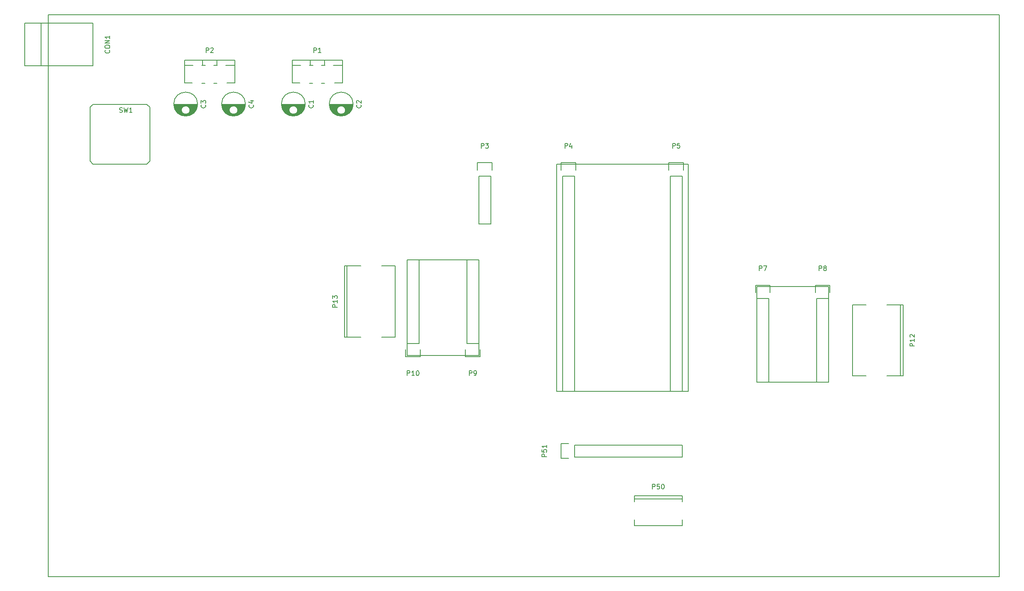
<source format=gbr>
G04 #@! TF.FileFunction,Legend,Top*
%FSLAX46Y46*%
G04 Gerber Fmt 4.6, Leading zero omitted, Abs format (unit mm)*
G04 Created by KiCad (PCBNEW 4.0.2+dfsg1-stable) date mar 04 jul 2017 13:38:56 COT*
%MOMM*%
G01*
G04 APERTURE LIST*
%ADD10C,0.100000*%
%ADD11C,0.200000*%
%ADD12C,0.150000*%
G04 APERTURE END LIST*
D10*
D11*
X222250000Y-27940000D02*
X220980000Y-27940000D01*
X222250000Y-147320000D02*
X222250000Y-27940000D01*
X215900000Y-147320000D02*
X222250000Y-147320000D01*
X20320000Y-147320000D02*
X215900000Y-147320000D01*
X20320000Y-137160000D02*
X20320000Y-147320000D01*
X20320000Y-27940000D02*
X20320000Y-137160000D01*
X220980000Y-27940000D02*
X20320000Y-27940000D01*
X128270000Y-107950000D02*
X128270000Y-59690000D01*
X156210000Y-107950000D02*
X128270000Y-107950000D01*
X156210000Y-59690000D02*
X156210000Y-107950000D01*
X128270000Y-59690000D02*
X156210000Y-59690000D01*
X186055000Y-85725000D02*
X186055000Y-106045000D01*
X170815000Y-85725000D02*
X186055000Y-85725000D01*
X170815000Y-106045000D02*
X170815000Y-85725000D01*
X186055000Y-106045000D02*
X170815000Y-106045000D01*
X111760000Y-100330000D02*
X111760000Y-99060000D01*
X96520000Y-100330000D02*
X111760000Y-100330000D01*
X96520000Y-80010000D02*
X96520000Y-100330000D01*
X111760000Y-80010000D02*
X96520000Y-80010000D01*
X111760000Y-100330000D02*
X111760000Y-80010000D01*
D12*
X59944000Y-38735000D02*
X58039000Y-38735000D01*
X55499000Y-38735000D02*
X56261000Y-38735000D01*
X53086000Y-38735000D02*
X52959000Y-38735000D01*
X53086000Y-38735000D02*
X53721000Y-38735000D01*
X49276000Y-38735000D02*
X51054000Y-38735000D01*
X49276000Y-42418000D02*
X50927000Y-42418000D01*
X53594000Y-42545000D02*
X52959000Y-42545000D01*
X56134000Y-42545000D02*
X55499000Y-42545000D01*
X59944000Y-42418000D02*
X58293000Y-42418000D01*
X53086000Y-37592000D02*
X53086000Y-38735000D01*
X56134000Y-37592000D02*
X56134000Y-38735000D01*
X59944000Y-38735000D02*
X59944000Y-42418000D01*
X49276000Y-42418000D02*
X49276000Y-38735000D01*
X59944000Y-37592000D02*
X59944000Y-38735000D01*
X49276000Y-38735000D02*
X49276000Y-37592000D01*
X54610000Y-37592000D02*
X49276000Y-37592000D01*
X54610000Y-37592000D02*
X59944000Y-37592000D01*
X74889000Y-47045000D02*
X69891000Y-47045000D01*
X74881000Y-47185000D02*
X69899000Y-47185000D01*
X74865000Y-47325000D02*
X72485000Y-47325000D01*
X72295000Y-47325000D02*
X69915000Y-47325000D01*
X74841000Y-47465000D02*
X72880000Y-47465000D01*
X71900000Y-47465000D02*
X69939000Y-47465000D01*
X74808000Y-47605000D02*
X73047000Y-47605000D01*
X71733000Y-47605000D02*
X69972000Y-47605000D01*
X74767000Y-47745000D02*
X73154000Y-47745000D01*
X71626000Y-47745000D02*
X70013000Y-47745000D01*
X74717000Y-47885000D02*
X73225000Y-47885000D01*
X71555000Y-47885000D02*
X70063000Y-47885000D01*
X74656000Y-48025000D02*
X73269000Y-48025000D01*
X71511000Y-48025000D02*
X70124000Y-48025000D01*
X74586000Y-48165000D02*
X73288000Y-48165000D01*
X71492000Y-48165000D02*
X70194000Y-48165000D01*
X74504000Y-48305000D02*
X73286000Y-48305000D01*
X71494000Y-48305000D02*
X70276000Y-48305000D01*
X74409000Y-48445000D02*
X73261000Y-48445000D01*
X71519000Y-48445000D02*
X70371000Y-48445000D01*
X74298000Y-48585000D02*
X73213000Y-48585000D01*
X71567000Y-48585000D02*
X70482000Y-48585000D01*
X74170000Y-48725000D02*
X73135000Y-48725000D01*
X71645000Y-48725000D02*
X70610000Y-48725000D01*
X74021000Y-48865000D02*
X73018000Y-48865000D01*
X71762000Y-48865000D02*
X70759000Y-48865000D01*
X73842000Y-49005000D02*
X72830000Y-49005000D01*
X71950000Y-49005000D02*
X70938000Y-49005000D01*
X73623000Y-49145000D02*
X71157000Y-49145000D01*
X73334000Y-49285000D02*
X71446000Y-49285000D01*
X72862000Y-49425000D02*
X71918000Y-49425000D01*
X73290000Y-48220000D02*
G75*
G03X73290000Y-48220000I-900000J0D01*
G01*
X74927500Y-46970000D02*
G75*
G03X74927500Y-46970000I-2537500J0D01*
G01*
X85049000Y-47045000D02*
X80051000Y-47045000D01*
X85041000Y-47185000D02*
X80059000Y-47185000D01*
X85025000Y-47325000D02*
X82645000Y-47325000D01*
X82455000Y-47325000D02*
X80075000Y-47325000D01*
X85001000Y-47465000D02*
X83040000Y-47465000D01*
X82060000Y-47465000D02*
X80099000Y-47465000D01*
X84968000Y-47605000D02*
X83207000Y-47605000D01*
X81893000Y-47605000D02*
X80132000Y-47605000D01*
X84927000Y-47745000D02*
X83314000Y-47745000D01*
X81786000Y-47745000D02*
X80173000Y-47745000D01*
X84877000Y-47885000D02*
X83385000Y-47885000D01*
X81715000Y-47885000D02*
X80223000Y-47885000D01*
X84816000Y-48025000D02*
X83429000Y-48025000D01*
X81671000Y-48025000D02*
X80284000Y-48025000D01*
X84746000Y-48165000D02*
X83448000Y-48165000D01*
X81652000Y-48165000D02*
X80354000Y-48165000D01*
X84664000Y-48305000D02*
X83446000Y-48305000D01*
X81654000Y-48305000D02*
X80436000Y-48305000D01*
X84569000Y-48445000D02*
X83421000Y-48445000D01*
X81679000Y-48445000D02*
X80531000Y-48445000D01*
X84458000Y-48585000D02*
X83373000Y-48585000D01*
X81727000Y-48585000D02*
X80642000Y-48585000D01*
X84330000Y-48725000D02*
X83295000Y-48725000D01*
X81805000Y-48725000D02*
X80770000Y-48725000D01*
X84181000Y-48865000D02*
X83178000Y-48865000D01*
X81922000Y-48865000D02*
X80919000Y-48865000D01*
X84002000Y-49005000D02*
X82990000Y-49005000D01*
X82110000Y-49005000D02*
X81098000Y-49005000D01*
X83783000Y-49145000D02*
X81317000Y-49145000D01*
X83494000Y-49285000D02*
X81606000Y-49285000D01*
X83022000Y-49425000D02*
X82078000Y-49425000D01*
X83450000Y-48220000D02*
G75*
G03X83450000Y-48220000I-900000J0D01*
G01*
X85087500Y-46970000D02*
G75*
G03X85087500Y-46970000I-2537500J0D01*
G01*
X52029000Y-47045000D02*
X47031000Y-47045000D01*
X52021000Y-47185000D02*
X47039000Y-47185000D01*
X52005000Y-47325000D02*
X49625000Y-47325000D01*
X49435000Y-47325000D02*
X47055000Y-47325000D01*
X51981000Y-47465000D02*
X50020000Y-47465000D01*
X49040000Y-47465000D02*
X47079000Y-47465000D01*
X51948000Y-47605000D02*
X50187000Y-47605000D01*
X48873000Y-47605000D02*
X47112000Y-47605000D01*
X51907000Y-47745000D02*
X50294000Y-47745000D01*
X48766000Y-47745000D02*
X47153000Y-47745000D01*
X51857000Y-47885000D02*
X50365000Y-47885000D01*
X48695000Y-47885000D02*
X47203000Y-47885000D01*
X51796000Y-48025000D02*
X50409000Y-48025000D01*
X48651000Y-48025000D02*
X47264000Y-48025000D01*
X51726000Y-48165000D02*
X50428000Y-48165000D01*
X48632000Y-48165000D02*
X47334000Y-48165000D01*
X51644000Y-48305000D02*
X50426000Y-48305000D01*
X48634000Y-48305000D02*
X47416000Y-48305000D01*
X51549000Y-48445000D02*
X50401000Y-48445000D01*
X48659000Y-48445000D02*
X47511000Y-48445000D01*
X51438000Y-48585000D02*
X50353000Y-48585000D01*
X48707000Y-48585000D02*
X47622000Y-48585000D01*
X51310000Y-48725000D02*
X50275000Y-48725000D01*
X48785000Y-48725000D02*
X47750000Y-48725000D01*
X51161000Y-48865000D02*
X50158000Y-48865000D01*
X48902000Y-48865000D02*
X47899000Y-48865000D01*
X50982000Y-49005000D02*
X49970000Y-49005000D01*
X49090000Y-49005000D02*
X48078000Y-49005000D01*
X50763000Y-49145000D02*
X48297000Y-49145000D01*
X50474000Y-49285000D02*
X48586000Y-49285000D01*
X50002000Y-49425000D02*
X49058000Y-49425000D01*
X50430000Y-48220000D02*
G75*
G03X50430000Y-48220000I-900000J0D01*
G01*
X52067500Y-46970000D02*
G75*
G03X52067500Y-46970000I-2537500J0D01*
G01*
X62189000Y-47045000D02*
X57191000Y-47045000D01*
X62181000Y-47185000D02*
X57199000Y-47185000D01*
X62165000Y-47325000D02*
X59785000Y-47325000D01*
X59595000Y-47325000D02*
X57215000Y-47325000D01*
X62141000Y-47465000D02*
X60180000Y-47465000D01*
X59200000Y-47465000D02*
X57239000Y-47465000D01*
X62108000Y-47605000D02*
X60347000Y-47605000D01*
X59033000Y-47605000D02*
X57272000Y-47605000D01*
X62067000Y-47745000D02*
X60454000Y-47745000D01*
X58926000Y-47745000D02*
X57313000Y-47745000D01*
X62017000Y-47885000D02*
X60525000Y-47885000D01*
X58855000Y-47885000D02*
X57363000Y-47885000D01*
X61956000Y-48025000D02*
X60569000Y-48025000D01*
X58811000Y-48025000D02*
X57424000Y-48025000D01*
X61886000Y-48165000D02*
X60588000Y-48165000D01*
X58792000Y-48165000D02*
X57494000Y-48165000D01*
X61804000Y-48305000D02*
X60586000Y-48305000D01*
X58794000Y-48305000D02*
X57576000Y-48305000D01*
X61709000Y-48445000D02*
X60561000Y-48445000D01*
X58819000Y-48445000D02*
X57671000Y-48445000D01*
X61598000Y-48585000D02*
X60513000Y-48585000D01*
X58867000Y-48585000D02*
X57782000Y-48585000D01*
X61470000Y-48725000D02*
X60435000Y-48725000D01*
X58945000Y-48725000D02*
X57910000Y-48725000D01*
X61321000Y-48865000D02*
X60318000Y-48865000D01*
X59062000Y-48865000D02*
X58059000Y-48865000D01*
X61142000Y-49005000D02*
X60130000Y-49005000D01*
X59250000Y-49005000D02*
X58238000Y-49005000D01*
X60923000Y-49145000D02*
X58457000Y-49145000D01*
X60634000Y-49285000D02*
X58746000Y-49285000D01*
X60162000Y-49425000D02*
X59218000Y-49425000D01*
X60590000Y-48220000D02*
G75*
G03X60590000Y-48220000I-900000J0D01*
G01*
X62227500Y-46970000D02*
G75*
G03X62227500Y-46970000I-2537500J0D01*
G01*
X18859500Y-29789120D02*
X18859500Y-38790880D01*
X15359380Y-29789120D02*
X15359380Y-38790880D01*
X15359380Y-38790880D02*
X29860240Y-38790880D01*
X29860240Y-38790880D02*
X29860240Y-29789120D01*
X29860240Y-29789120D02*
X15359380Y-29789120D01*
X132080000Y-62230000D02*
X132080000Y-107950000D01*
X132080000Y-107950000D02*
X129540000Y-107950000D01*
X129540000Y-107950000D02*
X129540000Y-62230000D01*
X132360000Y-59410000D02*
X132360000Y-60960000D01*
X132080000Y-62230000D02*
X129540000Y-62230000D01*
X129260000Y-60960000D02*
X129260000Y-59410000D01*
X129260000Y-59410000D02*
X132360000Y-59410000D01*
X154940000Y-62230000D02*
X154940000Y-107950000D01*
X154940000Y-107950000D02*
X152400000Y-107950000D01*
X152400000Y-107950000D02*
X152400000Y-62230000D01*
X155220000Y-59410000D02*
X155220000Y-60960000D01*
X154940000Y-62230000D02*
X152400000Y-62230000D01*
X152120000Y-60960000D02*
X152120000Y-59410000D01*
X152120000Y-59410000D02*
X155220000Y-59410000D01*
X173355000Y-88265000D02*
X173355000Y-106045000D01*
X173355000Y-106045000D02*
X170815000Y-106045000D01*
X170815000Y-106045000D02*
X170815000Y-88265000D01*
X173635000Y-85445000D02*
X173635000Y-86995000D01*
X173355000Y-88265000D02*
X170815000Y-88265000D01*
X170535000Y-86995000D02*
X170535000Y-85445000D01*
X170535000Y-85445000D02*
X173635000Y-85445000D01*
X186055000Y-88265000D02*
X186055000Y-106045000D01*
X186055000Y-106045000D02*
X183515000Y-106045000D01*
X183515000Y-106045000D02*
X183515000Y-88265000D01*
X186335000Y-85445000D02*
X186335000Y-86995000D01*
X186055000Y-88265000D02*
X183515000Y-88265000D01*
X183235000Y-86995000D02*
X183235000Y-85445000D01*
X183235000Y-85445000D02*
X186335000Y-85445000D01*
X109220000Y-97790000D02*
X109220000Y-80010000D01*
X109220000Y-80010000D02*
X111760000Y-80010000D01*
X111760000Y-80010000D02*
X111760000Y-97790000D01*
X108940000Y-100610000D02*
X108940000Y-99060000D01*
X109220000Y-97790000D02*
X111760000Y-97790000D01*
X112040000Y-99060000D02*
X112040000Y-100610000D01*
X112040000Y-100610000D02*
X108940000Y-100610000D01*
X96520000Y-97790000D02*
X96520000Y-80010000D01*
X96520000Y-80010000D02*
X99060000Y-80010000D01*
X99060000Y-80010000D02*
X99060000Y-97790000D01*
X96240000Y-100610000D02*
X96240000Y-99060000D01*
X96520000Y-97790000D02*
X99060000Y-97790000D01*
X99340000Y-99060000D02*
X99340000Y-100610000D01*
X99340000Y-100610000D02*
X96240000Y-100610000D01*
X201315320Y-104696260D02*
X201863960Y-104696260D01*
X201863960Y-104696260D02*
X201863960Y-89613740D01*
X201863960Y-89613740D02*
X201315320Y-89613740D01*
X194015360Y-89613740D02*
X191114680Y-89613740D01*
X191114680Y-89613740D02*
X191114680Y-100716080D01*
X198414640Y-104696260D02*
X201315320Y-104696260D01*
X201315320Y-104696260D02*
X201315320Y-89613740D01*
X201315320Y-89613740D02*
X198414640Y-89613740D01*
X191114680Y-100716080D02*
X191114680Y-103096060D01*
X191114680Y-103096060D02*
X191114680Y-104696260D01*
X191114680Y-104696260D02*
X194015360Y-104696260D01*
X83799680Y-81358740D02*
X83251040Y-81358740D01*
X83251040Y-81358740D02*
X83251040Y-96441260D01*
X83251040Y-96441260D02*
X83799680Y-96441260D01*
X91099640Y-96441260D02*
X94000320Y-96441260D01*
X94000320Y-96441260D02*
X94000320Y-85338920D01*
X86700360Y-81358740D02*
X83799680Y-81358740D01*
X83799680Y-81358740D02*
X83799680Y-96441260D01*
X83799680Y-96441260D02*
X86700360Y-96441260D01*
X94000320Y-85338920D02*
X94000320Y-82958940D01*
X94000320Y-82958940D02*
X94000320Y-81358740D01*
X94000320Y-81358740D02*
X91099640Y-81358740D01*
X132080000Y-119380000D02*
X154940000Y-119380000D01*
X154940000Y-119380000D02*
X154940000Y-121920000D01*
X154940000Y-121920000D02*
X132080000Y-121920000D01*
X129260000Y-119100000D02*
X130810000Y-119100000D01*
X132080000Y-119380000D02*
X132080000Y-121920000D01*
X130810000Y-122200000D02*
X129260000Y-122200000D01*
X129260000Y-122200000D02*
X129260000Y-119100000D01*
X154940000Y-130810000D02*
X144780000Y-130810000D01*
X154940000Y-135255000D02*
X154940000Y-136525000D01*
X144780000Y-131445000D02*
X144780000Y-130175000D01*
X144780000Y-130175000D02*
X154940000Y-130175000D01*
X154940000Y-130175000D02*
X154940000Y-131445000D01*
X154940000Y-136525000D02*
X144780000Y-136525000D01*
X144780000Y-136525000D02*
X144780000Y-135255000D01*
X82804000Y-38735000D02*
X80899000Y-38735000D01*
X78359000Y-38735000D02*
X79121000Y-38735000D01*
X75946000Y-38735000D02*
X75819000Y-38735000D01*
X75946000Y-38735000D02*
X76581000Y-38735000D01*
X72136000Y-38735000D02*
X73914000Y-38735000D01*
X72136000Y-42418000D02*
X73787000Y-42418000D01*
X76454000Y-42545000D02*
X75819000Y-42545000D01*
X78994000Y-42545000D02*
X78359000Y-42545000D01*
X82804000Y-42418000D02*
X81153000Y-42418000D01*
X75946000Y-37592000D02*
X75946000Y-38735000D01*
X78994000Y-37592000D02*
X78994000Y-38735000D01*
X82804000Y-38735000D02*
X82804000Y-42418000D01*
X72136000Y-42418000D02*
X72136000Y-38735000D01*
X82804000Y-37592000D02*
X82804000Y-38735000D01*
X72136000Y-38735000D02*
X72136000Y-37592000D01*
X77470000Y-37592000D02*
X72136000Y-37592000D01*
X77470000Y-37592000D02*
X82804000Y-37592000D01*
X111480000Y-60960000D02*
X111480000Y-59410000D01*
X111480000Y-59410000D02*
X114580000Y-59410000D01*
X114580000Y-59410000D02*
X114580000Y-60960000D01*
X114300000Y-62230000D02*
X114300000Y-72390000D01*
X114300000Y-72390000D02*
X111760000Y-72390000D01*
X111760000Y-72390000D02*
X111760000Y-62230000D01*
X114300000Y-62230000D02*
X111760000Y-62230000D01*
X41910000Y-47625000D02*
X41910000Y-59055000D01*
X41910000Y-59055000D02*
X41275000Y-59690000D01*
X41275000Y-59690000D02*
X29845000Y-59690000D01*
X29845000Y-59690000D02*
X29210000Y-59055000D01*
X29210000Y-59055000D02*
X29210000Y-47625000D01*
X29845000Y-46990000D02*
X41275000Y-46990000D01*
X41275000Y-46990000D02*
X41910000Y-47625000D01*
X29210000Y-47625000D02*
X29845000Y-46990000D01*
X53871905Y-36012381D02*
X53871905Y-35012381D01*
X54252858Y-35012381D01*
X54348096Y-35060000D01*
X54395715Y-35107619D01*
X54443334Y-35202857D01*
X54443334Y-35345714D01*
X54395715Y-35440952D01*
X54348096Y-35488571D01*
X54252858Y-35536190D01*
X53871905Y-35536190D01*
X54824286Y-35107619D02*
X54871905Y-35060000D01*
X54967143Y-35012381D01*
X55205239Y-35012381D01*
X55300477Y-35060000D01*
X55348096Y-35107619D01*
X55395715Y-35202857D01*
X55395715Y-35298095D01*
X55348096Y-35440952D01*
X54776667Y-36012381D01*
X55395715Y-36012381D01*
X76547143Y-47136666D02*
X76594762Y-47184285D01*
X76642381Y-47327142D01*
X76642381Y-47422380D01*
X76594762Y-47565238D01*
X76499524Y-47660476D01*
X76404286Y-47708095D01*
X76213810Y-47755714D01*
X76070952Y-47755714D01*
X75880476Y-47708095D01*
X75785238Y-47660476D01*
X75690000Y-47565238D01*
X75642381Y-47422380D01*
X75642381Y-47327142D01*
X75690000Y-47184285D01*
X75737619Y-47136666D01*
X76642381Y-46184285D02*
X76642381Y-46755714D01*
X76642381Y-46470000D02*
X75642381Y-46470000D01*
X75785238Y-46565238D01*
X75880476Y-46660476D01*
X75928095Y-46755714D01*
X86707143Y-47136666D02*
X86754762Y-47184285D01*
X86802381Y-47327142D01*
X86802381Y-47422380D01*
X86754762Y-47565238D01*
X86659524Y-47660476D01*
X86564286Y-47708095D01*
X86373810Y-47755714D01*
X86230952Y-47755714D01*
X86040476Y-47708095D01*
X85945238Y-47660476D01*
X85850000Y-47565238D01*
X85802381Y-47422380D01*
X85802381Y-47327142D01*
X85850000Y-47184285D01*
X85897619Y-47136666D01*
X85897619Y-46755714D02*
X85850000Y-46708095D01*
X85802381Y-46612857D01*
X85802381Y-46374761D01*
X85850000Y-46279523D01*
X85897619Y-46231904D01*
X85992857Y-46184285D01*
X86088095Y-46184285D01*
X86230952Y-46231904D01*
X86802381Y-46803333D01*
X86802381Y-46184285D01*
X53687143Y-47136666D02*
X53734762Y-47184285D01*
X53782381Y-47327142D01*
X53782381Y-47422380D01*
X53734762Y-47565238D01*
X53639524Y-47660476D01*
X53544286Y-47708095D01*
X53353810Y-47755714D01*
X53210952Y-47755714D01*
X53020476Y-47708095D01*
X52925238Y-47660476D01*
X52830000Y-47565238D01*
X52782381Y-47422380D01*
X52782381Y-47327142D01*
X52830000Y-47184285D01*
X52877619Y-47136666D01*
X52782381Y-46803333D02*
X52782381Y-46184285D01*
X53163333Y-46517619D01*
X53163333Y-46374761D01*
X53210952Y-46279523D01*
X53258571Y-46231904D01*
X53353810Y-46184285D01*
X53591905Y-46184285D01*
X53687143Y-46231904D01*
X53734762Y-46279523D01*
X53782381Y-46374761D01*
X53782381Y-46660476D01*
X53734762Y-46755714D01*
X53687143Y-46803333D01*
X63847143Y-47136666D02*
X63894762Y-47184285D01*
X63942381Y-47327142D01*
X63942381Y-47422380D01*
X63894762Y-47565238D01*
X63799524Y-47660476D01*
X63704286Y-47708095D01*
X63513810Y-47755714D01*
X63370952Y-47755714D01*
X63180476Y-47708095D01*
X63085238Y-47660476D01*
X62990000Y-47565238D01*
X62942381Y-47422380D01*
X62942381Y-47327142D01*
X62990000Y-47184285D01*
X63037619Y-47136666D01*
X63275714Y-46279523D02*
X63942381Y-46279523D01*
X62894762Y-46517619D02*
X63609048Y-46755714D01*
X63609048Y-46136666D01*
X33316183Y-35504285D02*
X33363802Y-35551904D01*
X33411421Y-35694761D01*
X33411421Y-35789999D01*
X33363802Y-35932857D01*
X33268564Y-36028095D01*
X33173326Y-36075714D01*
X32982850Y-36123333D01*
X32839992Y-36123333D01*
X32649516Y-36075714D01*
X32554278Y-36028095D01*
X32459040Y-35932857D01*
X32411421Y-35789999D01*
X32411421Y-35694761D01*
X32459040Y-35551904D01*
X32506659Y-35504285D01*
X32411421Y-34885238D02*
X32411421Y-34694761D01*
X32459040Y-34599523D01*
X32554278Y-34504285D01*
X32744754Y-34456666D01*
X33078088Y-34456666D01*
X33268564Y-34504285D01*
X33363802Y-34599523D01*
X33411421Y-34694761D01*
X33411421Y-34885238D01*
X33363802Y-34980476D01*
X33268564Y-35075714D01*
X33078088Y-35123333D01*
X32744754Y-35123333D01*
X32554278Y-35075714D01*
X32459040Y-34980476D01*
X32411421Y-34885238D01*
X33411421Y-34028095D02*
X32411421Y-34028095D01*
X33411421Y-33456666D01*
X32411421Y-33456666D01*
X33411421Y-32456666D02*
X33411421Y-33028095D01*
X33411421Y-32742381D02*
X32411421Y-32742381D01*
X32554278Y-32837619D01*
X32649516Y-32932857D01*
X32697135Y-33028095D01*
X130071905Y-56312381D02*
X130071905Y-55312381D01*
X130452858Y-55312381D01*
X130548096Y-55360000D01*
X130595715Y-55407619D01*
X130643334Y-55502857D01*
X130643334Y-55645714D01*
X130595715Y-55740952D01*
X130548096Y-55788571D01*
X130452858Y-55836190D01*
X130071905Y-55836190D01*
X131500477Y-55645714D02*
X131500477Y-56312381D01*
X131262381Y-55264762D02*
X131024286Y-55979048D01*
X131643334Y-55979048D01*
X152931905Y-56312381D02*
X152931905Y-55312381D01*
X153312858Y-55312381D01*
X153408096Y-55360000D01*
X153455715Y-55407619D01*
X153503334Y-55502857D01*
X153503334Y-55645714D01*
X153455715Y-55740952D01*
X153408096Y-55788571D01*
X153312858Y-55836190D01*
X152931905Y-55836190D01*
X154408096Y-55312381D02*
X153931905Y-55312381D01*
X153884286Y-55788571D01*
X153931905Y-55740952D01*
X154027143Y-55693333D01*
X154265239Y-55693333D01*
X154360477Y-55740952D01*
X154408096Y-55788571D01*
X154455715Y-55883810D01*
X154455715Y-56121905D01*
X154408096Y-56217143D01*
X154360477Y-56264762D01*
X154265239Y-56312381D01*
X154027143Y-56312381D01*
X153931905Y-56264762D01*
X153884286Y-56217143D01*
X171346905Y-82347381D02*
X171346905Y-81347381D01*
X171727858Y-81347381D01*
X171823096Y-81395000D01*
X171870715Y-81442619D01*
X171918334Y-81537857D01*
X171918334Y-81680714D01*
X171870715Y-81775952D01*
X171823096Y-81823571D01*
X171727858Y-81871190D01*
X171346905Y-81871190D01*
X172251667Y-81347381D02*
X172918334Y-81347381D01*
X172489762Y-82347381D01*
X184046905Y-82347381D02*
X184046905Y-81347381D01*
X184427858Y-81347381D01*
X184523096Y-81395000D01*
X184570715Y-81442619D01*
X184618334Y-81537857D01*
X184618334Y-81680714D01*
X184570715Y-81775952D01*
X184523096Y-81823571D01*
X184427858Y-81871190D01*
X184046905Y-81871190D01*
X185189762Y-81775952D02*
X185094524Y-81728333D01*
X185046905Y-81680714D01*
X184999286Y-81585476D01*
X184999286Y-81537857D01*
X185046905Y-81442619D01*
X185094524Y-81395000D01*
X185189762Y-81347381D01*
X185380239Y-81347381D01*
X185475477Y-81395000D01*
X185523096Y-81442619D01*
X185570715Y-81537857D01*
X185570715Y-81585476D01*
X185523096Y-81680714D01*
X185475477Y-81728333D01*
X185380239Y-81775952D01*
X185189762Y-81775952D01*
X185094524Y-81823571D01*
X185046905Y-81871190D01*
X184999286Y-81966429D01*
X184999286Y-82156905D01*
X185046905Y-82252143D01*
X185094524Y-82299762D01*
X185189762Y-82347381D01*
X185380239Y-82347381D01*
X185475477Y-82299762D01*
X185523096Y-82252143D01*
X185570715Y-82156905D01*
X185570715Y-81966429D01*
X185523096Y-81871190D01*
X185475477Y-81823571D01*
X185380239Y-81775952D01*
X109751905Y-104612381D02*
X109751905Y-103612381D01*
X110132858Y-103612381D01*
X110228096Y-103660000D01*
X110275715Y-103707619D01*
X110323334Y-103802857D01*
X110323334Y-103945714D01*
X110275715Y-104040952D01*
X110228096Y-104088571D01*
X110132858Y-104136190D01*
X109751905Y-104136190D01*
X110799524Y-104612381D02*
X110990000Y-104612381D01*
X111085239Y-104564762D01*
X111132858Y-104517143D01*
X111228096Y-104374286D01*
X111275715Y-104183810D01*
X111275715Y-103802857D01*
X111228096Y-103707619D01*
X111180477Y-103660000D01*
X111085239Y-103612381D01*
X110894762Y-103612381D01*
X110799524Y-103660000D01*
X110751905Y-103707619D01*
X110704286Y-103802857D01*
X110704286Y-104040952D01*
X110751905Y-104136190D01*
X110799524Y-104183810D01*
X110894762Y-104231429D01*
X111085239Y-104231429D01*
X111180477Y-104183810D01*
X111228096Y-104136190D01*
X111275715Y-104040952D01*
X96575714Y-104612381D02*
X96575714Y-103612381D01*
X96956667Y-103612381D01*
X97051905Y-103660000D01*
X97099524Y-103707619D01*
X97147143Y-103802857D01*
X97147143Y-103945714D01*
X97099524Y-104040952D01*
X97051905Y-104088571D01*
X96956667Y-104136190D01*
X96575714Y-104136190D01*
X98099524Y-104612381D02*
X97528095Y-104612381D01*
X97813809Y-104612381D02*
X97813809Y-103612381D01*
X97718571Y-103755238D01*
X97623333Y-103850476D01*
X97528095Y-103898095D01*
X98718571Y-103612381D02*
X98813810Y-103612381D01*
X98909048Y-103660000D01*
X98956667Y-103707619D01*
X99004286Y-103802857D01*
X99051905Y-103993333D01*
X99051905Y-104231429D01*
X99004286Y-104421905D01*
X98956667Y-104517143D01*
X98909048Y-104564762D01*
X98813810Y-104612381D01*
X98718571Y-104612381D01*
X98623333Y-104564762D01*
X98575714Y-104517143D01*
X98528095Y-104421905D01*
X98480476Y-104231429D01*
X98480476Y-103993333D01*
X98528095Y-103802857D01*
X98575714Y-103707619D01*
X98623333Y-103660000D01*
X98718571Y-103612381D01*
X204287381Y-98369286D02*
X203287381Y-98369286D01*
X203287381Y-97988333D01*
X203335000Y-97893095D01*
X203382619Y-97845476D01*
X203477857Y-97797857D01*
X203620714Y-97797857D01*
X203715952Y-97845476D01*
X203763571Y-97893095D01*
X203811190Y-97988333D01*
X203811190Y-98369286D01*
X204287381Y-96845476D02*
X204287381Y-97416905D01*
X204287381Y-97131191D02*
X203287381Y-97131191D01*
X203430238Y-97226429D01*
X203525476Y-97321667D01*
X203573095Y-97416905D01*
X203382619Y-96464524D02*
X203335000Y-96416905D01*
X203287381Y-96321667D01*
X203287381Y-96083571D01*
X203335000Y-95988333D01*
X203382619Y-95940714D01*
X203477857Y-95893095D01*
X203573095Y-95893095D01*
X203715952Y-95940714D01*
X204287381Y-96512143D01*
X204287381Y-95893095D01*
X81732381Y-90114286D02*
X80732381Y-90114286D01*
X80732381Y-89733333D01*
X80780000Y-89638095D01*
X80827619Y-89590476D01*
X80922857Y-89542857D01*
X81065714Y-89542857D01*
X81160952Y-89590476D01*
X81208571Y-89638095D01*
X81256190Y-89733333D01*
X81256190Y-90114286D01*
X81732381Y-88590476D02*
X81732381Y-89161905D01*
X81732381Y-88876191D02*
X80732381Y-88876191D01*
X80875238Y-88971429D01*
X80970476Y-89066667D01*
X81018095Y-89161905D01*
X80732381Y-88257143D02*
X80732381Y-87638095D01*
X81113333Y-87971429D01*
X81113333Y-87828571D01*
X81160952Y-87733333D01*
X81208571Y-87685714D01*
X81303810Y-87638095D01*
X81541905Y-87638095D01*
X81637143Y-87685714D01*
X81684762Y-87733333D01*
X81732381Y-87828571D01*
X81732381Y-88114286D01*
X81684762Y-88209524D01*
X81637143Y-88257143D01*
X126162381Y-121864286D02*
X125162381Y-121864286D01*
X125162381Y-121483333D01*
X125210000Y-121388095D01*
X125257619Y-121340476D01*
X125352857Y-121292857D01*
X125495714Y-121292857D01*
X125590952Y-121340476D01*
X125638571Y-121388095D01*
X125686190Y-121483333D01*
X125686190Y-121864286D01*
X125162381Y-120388095D02*
X125162381Y-120864286D01*
X125638571Y-120911905D01*
X125590952Y-120864286D01*
X125543333Y-120769048D01*
X125543333Y-120530952D01*
X125590952Y-120435714D01*
X125638571Y-120388095D01*
X125733810Y-120340476D01*
X125971905Y-120340476D01*
X126067143Y-120388095D01*
X126114762Y-120435714D01*
X126162381Y-120530952D01*
X126162381Y-120769048D01*
X126114762Y-120864286D01*
X126067143Y-120911905D01*
X126162381Y-119388095D02*
X126162381Y-119959524D01*
X126162381Y-119673810D02*
X125162381Y-119673810D01*
X125305238Y-119769048D01*
X125400476Y-119864286D01*
X125448095Y-119959524D01*
X148645714Y-128722381D02*
X148645714Y-127722381D01*
X149026667Y-127722381D01*
X149121905Y-127770000D01*
X149169524Y-127817619D01*
X149217143Y-127912857D01*
X149217143Y-128055714D01*
X149169524Y-128150952D01*
X149121905Y-128198571D01*
X149026667Y-128246190D01*
X148645714Y-128246190D01*
X150121905Y-127722381D02*
X149645714Y-127722381D01*
X149598095Y-128198571D01*
X149645714Y-128150952D01*
X149740952Y-128103333D01*
X149979048Y-128103333D01*
X150074286Y-128150952D01*
X150121905Y-128198571D01*
X150169524Y-128293810D01*
X150169524Y-128531905D01*
X150121905Y-128627143D01*
X150074286Y-128674762D01*
X149979048Y-128722381D01*
X149740952Y-128722381D01*
X149645714Y-128674762D01*
X149598095Y-128627143D01*
X150788571Y-127722381D02*
X150883810Y-127722381D01*
X150979048Y-127770000D01*
X151026667Y-127817619D01*
X151074286Y-127912857D01*
X151121905Y-128103333D01*
X151121905Y-128341429D01*
X151074286Y-128531905D01*
X151026667Y-128627143D01*
X150979048Y-128674762D01*
X150883810Y-128722381D01*
X150788571Y-128722381D01*
X150693333Y-128674762D01*
X150645714Y-128627143D01*
X150598095Y-128531905D01*
X150550476Y-128341429D01*
X150550476Y-128103333D01*
X150598095Y-127912857D01*
X150645714Y-127817619D01*
X150693333Y-127770000D01*
X150788571Y-127722381D01*
X76731905Y-36012381D02*
X76731905Y-35012381D01*
X77112858Y-35012381D01*
X77208096Y-35060000D01*
X77255715Y-35107619D01*
X77303334Y-35202857D01*
X77303334Y-35345714D01*
X77255715Y-35440952D01*
X77208096Y-35488571D01*
X77112858Y-35536190D01*
X76731905Y-35536190D01*
X78255715Y-36012381D02*
X77684286Y-36012381D01*
X77970000Y-36012381D02*
X77970000Y-35012381D01*
X77874762Y-35155238D01*
X77779524Y-35250476D01*
X77684286Y-35298095D01*
X112291905Y-56312381D02*
X112291905Y-55312381D01*
X112672858Y-55312381D01*
X112768096Y-55360000D01*
X112815715Y-55407619D01*
X112863334Y-55502857D01*
X112863334Y-55645714D01*
X112815715Y-55740952D01*
X112768096Y-55788571D01*
X112672858Y-55836190D01*
X112291905Y-55836190D01*
X113196667Y-55312381D02*
X113815715Y-55312381D01*
X113482381Y-55693333D01*
X113625239Y-55693333D01*
X113720477Y-55740952D01*
X113768096Y-55788571D01*
X113815715Y-55883810D01*
X113815715Y-56121905D01*
X113768096Y-56217143D01*
X113720477Y-56264762D01*
X113625239Y-56312381D01*
X113339524Y-56312381D01*
X113244286Y-56264762D01*
X113196667Y-56217143D01*
X35496667Y-48664762D02*
X35639524Y-48712381D01*
X35877620Y-48712381D01*
X35972858Y-48664762D01*
X36020477Y-48617143D01*
X36068096Y-48521905D01*
X36068096Y-48426667D01*
X36020477Y-48331429D01*
X35972858Y-48283810D01*
X35877620Y-48236190D01*
X35687143Y-48188571D01*
X35591905Y-48140952D01*
X35544286Y-48093333D01*
X35496667Y-47998095D01*
X35496667Y-47902857D01*
X35544286Y-47807619D01*
X35591905Y-47760000D01*
X35687143Y-47712381D01*
X35925239Y-47712381D01*
X36068096Y-47760000D01*
X36401429Y-47712381D02*
X36639524Y-48712381D01*
X36830001Y-47998095D01*
X37020477Y-48712381D01*
X37258572Y-47712381D01*
X38163334Y-48712381D02*
X37591905Y-48712381D01*
X37877619Y-48712381D02*
X37877619Y-47712381D01*
X37782381Y-47855238D01*
X37687143Y-47950476D01*
X37591905Y-47998095D01*
M02*

</source>
